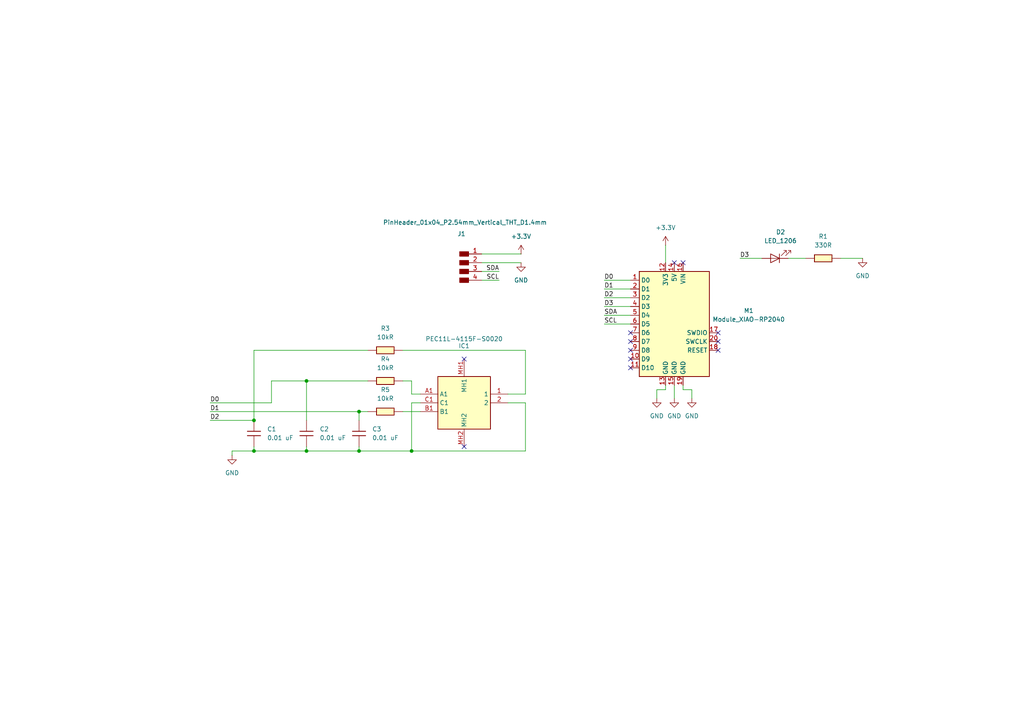
<source format=kicad_sch>
(kicad_sch
	(version 20250114)
	(generator "eeschema")
	(generator_version "9.0")
	(uuid "4a5db061-7757-4c52-9d85-00ff563849f1")
	(paper "A4")
	(title_block
		(title "Week 06 - Electronics Design")
		(date "2025-03-02")
		(rev "1")
	)
	(lib_symbols
		(symbol "PEC11L-4115F-S0020:PEC11L-4115F-S0020"
			(exclude_from_sim no)
			(in_bom yes)
			(on_board yes)
			(property "Reference" "IC"
				(at 21.59 12.7 0)
				(effects
					(font
						(size 1.27 1.27)
					)
					(justify left top)
				)
			)
			(property "Value" "PEC11L-4115F-S0020"
				(at 21.59 10.16 0)
				(effects
					(font
						(size 1.27 1.27)
					)
					(justify left top)
				)
			)
			(property "Footprint" "PEC11L4115FS0020"
				(at 21.59 -89.84 0)
				(effects
					(font
						(size 1.27 1.27)
					)
					(justify left top)
					(hide yes)
				)
			)
			(property "Datasheet" "https://datasheet.datasheetarchive.com/originals/distributors/Datasheets-DGA5/494003.pdf"
				(at 21.59 -189.84 0)
				(effects
					(font
						(size 1.27 1.27)
					)
					(justify left top)
					(hide yes)
				)
			)
			(property "Description" "Encoders ENCODER"
				(at 0 0 0)
				(effects
					(font
						(size 1.27 1.27)
					)
					(hide yes)
				)
			)
			(property "Height" "25"
				(at 21.59 -389.84 0)
				(effects
					(font
						(size 1.27 1.27)
					)
					(justify left top)
					(hide yes)
				)
			)
			(property "Mouser Part Number" "652-PEC11L4115FS0020"
				(at 21.59 -489.84 0)
				(effects
					(font
						(size 1.27 1.27)
					)
					(justify left top)
					(hide yes)
				)
			)
			(property "Mouser Price/Stock" "https://www.mouser.co.uk/ProductDetail/Bourns/PEC11L-4115F-S0020?qs=gk21WLQFtgRAgrgJZfpkWw%3D%3D"
				(at 21.59 -589.84 0)
				(effects
					(font
						(size 1.27 1.27)
					)
					(justify left top)
					(hide yes)
				)
			)
			(property "Manufacturer_Name" "Bourns"
				(at 21.59 -689.84 0)
				(effects
					(font
						(size 1.27 1.27)
					)
					(justify left top)
					(hide yes)
				)
			)
			(property "Manufacturer_Part_Number" "PEC11L-4115F-S0020"
				(at 21.59 -789.84 0)
				(effects
					(font
						(size 1.27 1.27)
					)
					(justify left top)
					(hide yes)
				)
			)
			(symbol "PEC11L-4115F-S0020_1_1"
				(rectangle
					(start 5.08 7.62)
					(end 20.32 -7.62)
					(stroke
						(width 0.254)
						(type default)
					)
					(fill
						(type background)
					)
				)
				(pin passive line
					(at 0 0 0)
					(length 5.08)
					(name "MH1"
						(effects
							(font
								(size 1.27 1.27)
							)
						)
					)
					(number "MH1"
						(effects
							(font
								(size 1.27 1.27)
							)
						)
					)
				)
				(pin passive line
					(at 10.16 12.7 270)
					(length 5.08)
					(name "1"
						(effects
							(font
								(size 1.27 1.27)
							)
						)
					)
					(number "1"
						(effects
							(font
								(size 1.27 1.27)
							)
						)
					)
				)
				(pin passive line
					(at 10.16 -12.7 90)
					(length 5.08)
					(name "A1"
						(effects
							(font
								(size 1.27 1.27)
							)
						)
					)
					(number "A1"
						(effects
							(font
								(size 1.27 1.27)
							)
						)
					)
				)
				(pin passive line
					(at 12.7 12.7 270)
					(length 5.08)
					(name "2"
						(effects
							(font
								(size 1.27 1.27)
							)
						)
					)
					(number "2"
						(effects
							(font
								(size 1.27 1.27)
							)
						)
					)
				)
				(pin passive line
					(at 12.7 -12.7 90)
					(length 5.08)
					(name "C1"
						(effects
							(font
								(size 1.27 1.27)
							)
						)
					)
					(number "C1"
						(effects
							(font
								(size 1.27 1.27)
							)
						)
					)
				)
				(pin passive line
					(at 15.24 -12.7 90)
					(length 5.08)
					(name "B1"
						(effects
							(font
								(size 1.27 1.27)
							)
						)
					)
					(number "B1"
						(effects
							(font
								(size 1.27 1.27)
							)
						)
					)
				)
				(pin passive line
					(at 25.4 0 180)
					(length 5.08)
					(name "MH2"
						(effects
							(font
								(size 1.27 1.27)
							)
						)
					)
					(number "MH2"
						(effects
							(font
								(size 1.27 1.27)
							)
						)
					)
				)
			)
			(embedded_fonts no)
		)
		(symbol "fab:C_1206"
			(pin_numbers
				(hide yes)
			)
			(exclude_from_sim no)
			(in_bom yes)
			(on_board yes)
			(property "Reference" "C"
				(at 0.635 2.54 0)
				(effects
					(font
						(size 1.27 1.27)
					)
					(justify left)
				)
			)
			(property "Value" "C_1206"
				(at 0.635 -2.54 0)
				(effects
					(font
						(size 1.27 1.27)
					)
					(justify left)
				)
			)
			(property "Footprint" "fab:C_1206"
				(at 0 0 0)
				(effects
					(font
						(size 1.27 1.27)
					)
					(hide yes)
				)
			)
			(property "Datasheet" "https://www.yageo.com/upload/media/product/productsearch/datasheet/mlcc/UPY-GP_NP0_16V-to-50V_18.pdf"
				(at 0 0 0)
				(effects
					(font
						(size 1.27 1.27)
					)
					(hide yes)
				)
			)
			(property "Description" "Unpolarized capacitor, SMD, 1206"
				(at 0 0 0)
				(effects
					(font
						(size 1.27 1.27)
					)
					(hide yes)
				)
			)
			(property "ki_keywords" "cap capacitor unpolarized 1206 C GRT31CC8YA106ME01L C3216X7R1H105K160AB C3216X7R2A104K160AA CC1206CRNPO9BN1R0 CC1206JRNPO9BN100 CC1206JRNPO9BN101 CC1206KKX7RCBB102 CC1206KRX7R9BB103"
				(at 0 0 0)
				(effects
					(font
						(size 1.27 1.27)
					)
					(hide yes)
				)
			)
			(property "ki_fp_filters" "*C*"
				(at 0 0 0)
				(effects
					(font
						(size 1.27 1.27)
					)
					(hide yes)
				)
			)
			(symbol "C_1206_1_1"
				(polyline
					(pts
						(xy -1.905 0.635) (xy 1.905 0.635)
					)
					(stroke
						(width 0.25)
						(type default)
					)
					(fill
						(type none)
					)
				)
				(polyline
					(pts
						(xy -1.905 -0.635) (xy 1.905 -0.635)
					)
					(stroke
						(width 0.25)
						(type default)
					)
					(fill
						(type none)
					)
				)
				(pin passive line
					(at 0 3.81 270)
					(length 3.175)
					(name "~"
						(effects
							(font
								(size 1.27 1.27)
							)
						)
					)
					(number "1"
						(effects
							(font
								(size 1.27 1.27)
							)
						)
					)
				)
				(pin passive line
					(at 0 -3.81 90)
					(length 3.175)
					(name "~"
						(effects
							(font
								(size 1.27 1.27)
							)
						)
					)
					(number "2"
						(effects
							(font
								(size 1.27 1.27)
							)
						)
					)
				)
			)
			(embedded_fonts no)
		)
		(symbol "fab:LED_1206"
			(pin_numbers
				(hide yes)
			)
			(pin_names
				(offset 1.016)
				(hide yes)
			)
			(exclude_from_sim no)
			(in_bom yes)
			(on_board yes)
			(property "Reference" "D"
				(at 0 2.54 0)
				(effects
					(font
						(size 1.27 1.27)
					)
				)
			)
			(property "Value" "LED_1206"
				(at 0 -2.54 0)
				(effects
					(font
						(size 1.27 1.27)
					)
				)
			)
			(property "Footprint" "fab:LED_1206"
				(at 0 0 0)
				(effects
					(font
						(size 1.27 1.27)
					)
					(hide yes)
				)
			)
			(property "Datasheet" "https://optoelectronics.liteon.com/upload/download/DS-22-98-0002/LTST-C150CKT.pdf"
				(at 0 0 0)
				(effects
					(font
						(size 1.27 1.27)
					)
					(hide yes)
				)
			)
			(property "Description" "Light emitting diode, Lite-On Inc. LTST, SMD"
				(at 0 0 0)
				(effects
					(font
						(size 1.27 1.27)
					)
					(hide yes)
				)
			)
			(property "ki_keywords" "LED diode 1206 SML-LX1206IC-TR SML-LX1206GC-TR 5988230107F 150120BS75000 QBLP650-IW HIR11-21C/L11/TR8"
				(at 0 0 0)
				(effects
					(font
						(size 1.27 1.27)
					)
					(hide yes)
				)
			)
			(property "ki_fp_filters" "*LED*1206*"
				(at 0 0 0)
				(effects
					(font
						(size 1.27 1.27)
					)
					(hide yes)
				)
			)
			(symbol "LED_1206_0_1"
				(polyline
					(pts
						(xy -3.048 -0.762) (xy -4.572 -2.286) (xy -3.81 -2.286) (xy -4.572 -2.286) (xy -4.572 -1.524)
					)
					(stroke
						(width 0)
						(type default)
					)
					(fill
						(type none)
					)
				)
				(polyline
					(pts
						(xy -1.778 -0.762) (xy -3.302 -2.286) (xy -2.54 -2.286) (xy -3.302 -2.286) (xy -3.302 -1.524)
					)
					(stroke
						(width 0)
						(type default)
					)
					(fill
						(type none)
					)
				)
				(polyline
					(pts
						(xy -1.27 0) (xy 1.27 0)
					)
					(stroke
						(width 0)
						(type default)
					)
					(fill
						(type none)
					)
				)
				(polyline
					(pts
						(xy -1.27 -1.27) (xy -1.27 1.27)
					)
					(stroke
						(width 0.2032)
						(type default)
					)
					(fill
						(type none)
					)
				)
				(polyline
					(pts
						(xy 1.27 -1.27) (xy 1.27 1.27) (xy -1.27 0) (xy 1.27 -1.27)
					)
					(stroke
						(width 0.2032)
						(type default)
					)
					(fill
						(type none)
					)
				)
			)
			(symbol "LED_1206_1_1"
				(pin passive line
					(at -3.81 0 0)
					(length 2.54)
					(name "K"
						(effects
							(font
								(size 1.27 1.27)
							)
						)
					)
					(number "1"
						(effects
							(font
								(size 1.27 1.27)
							)
						)
					)
				)
				(pin passive line
					(at 3.81 0 180)
					(length 2.54)
					(name "A"
						(effects
							(font
								(size 1.27 1.27)
							)
						)
					)
					(number "2"
						(effects
							(font
								(size 1.27 1.27)
							)
						)
					)
				)
			)
			(embedded_fonts no)
		)
		(symbol "fab:Module_XIAO-RP2040"
			(exclude_from_sim no)
			(in_bom yes)
			(on_board yes)
			(property "Reference" "M"
				(at -10.16 16.51 0)
				(effects
					(font
						(size 1.27 1.27)
					)
					(justify left)
				)
			)
			(property "Value" "Module_XIAO-RP2040"
				(at 3.81 16.51 0)
				(effects
					(font
						(size 1.27 1.27)
					)
					(justify left)
				)
			)
			(property "Footprint" "fab:SeeedStudio_XIAO_RP2040"
				(at 0 0 0)
				(effects
					(font
						(size 1.27 1.27)
					)
					(hide yes)
				)
			)
			(property "Datasheet" "https://wiki.seeedstudio.com/XIAO-RP2040/"
				(at 0 0 0)
				(effects
					(font
						(size 1.27 1.27)
					)
					(hide yes)
				)
			)
			(property "Description" "RP2040 XIAO RP2040 - ARM® Cortex®-M0+ MCU 32-Bit Embedded Evaluation Board"
				(at 0 0 0)
				(effects
					(font
						(size 1.27 1.27)
					)
					(hide yes)
				)
			)
			(property "ki_keywords" "XIAO RP2040 102010428"
				(at 0 0 0)
				(effects
					(font
						(size 1.27 1.27)
					)
					(hide yes)
				)
			)
			(property "ki_fp_filters" "*SeeedStudio?XIAO?RP2040*"
				(at 0 0 0)
				(effects
					(font
						(size 1.27 1.27)
					)
					(hide yes)
				)
			)
			(symbol "Module_XIAO-RP2040_1_1"
				(rectangle
					(start -10.16 15.24)
					(end 10.16 -15.24)
					(stroke
						(width 0.254)
						(type default)
					)
					(fill
						(type background)
					)
				)
				(pin bidirectional line
					(at -12.7 12.7 0)
					(length 2.54)
					(name "D0"
						(effects
							(font
								(size 1.27 1.27)
							)
						)
					)
					(number "1"
						(effects
							(font
								(size 1.27 1.27)
							)
						)
					)
				)
				(pin bidirectional line
					(at -12.7 10.16 0)
					(length 2.54)
					(name "D1"
						(effects
							(font
								(size 1.27 1.27)
							)
						)
					)
					(number "2"
						(effects
							(font
								(size 1.27 1.27)
							)
						)
					)
				)
				(pin bidirectional line
					(at -12.7 7.62 0)
					(length 2.54)
					(name "D2"
						(effects
							(font
								(size 1.27 1.27)
							)
						)
					)
					(number "3"
						(effects
							(font
								(size 1.27 1.27)
							)
						)
					)
				)
				(pin bidirectional line
					(at -12.7 5.08 0)
					(length 2.54)
					(name "D3"
						(effects
							(font
								(size 1.27 1.27)
							)
						)
					)
					(number "4"
						(effects
							(font
								(size 1.27 1.27)
							)
						)
					)
				)
				(pin bidirectional line
					(at -12.7 2.54 0)
					(length 2.54)
					(name "D4"
						(effects
							(font
								(size 1.27 1.27)
							)
						)
					)
					(number "5"
						(effects
							(font
								(size 1.27 1.27)
							)
						)
					)
				)
				(pin bidirectional line
					(at -12.7 0 0)
					(length 2.54)
					(name "D5"
						(effects
							(font
								(size 1.27 1.27)
							)
						)
					)
					(number "6"
						(effects
							(font
								(size 1.27 1.27)
							)
						)
					)
				)
				(pin bidirectional line
					(at -12.7 -2.54 0)
					(length 2.54)
					(name "D6"
						(effects
							(font
								(size 1.27 1.27)
							)
						)
					)
					(number "7"
						(effects
							(font
								(size 1.27 1.27)
							)
						)
					)
				)
				(pin bidirectional line
					(at -12.7 -5.08 0)
					(length 2.54)
					(name "D7"
						(effects
							(font
								(size 1.27 1.27)
							)
						)
					)
					(number "8"
						(effects
							(font
								(size 1.27 1.27)
							)
						)
					)
				)
				(pin bidirectional line
					(at -12.7 -7.62 0)
					(length 2.54)
					(name "D8"
						(effects
							(font
								(size 1.27 1.27)
							)
						)
					)
					(number "9"
						(effects
							(font
								(size 1.27 1.27)
							)
						)
					)
				)
				(pin bidirectional line
					(at -12.7 -10.16 0)
					(length 2.54)
					(name "D9"
						(effects
							(font
								(size 1.27 1.27)
							)
						)
					)
					(number "10"
						(effects
							(font
								(size 1.27 1.27)
							)
						)
					)
				)
				(pin bidirectional line
					(at -12.7 -12.7 0)
					(length 2.54)
					(name "D10"
						(effects
							(font
								(size 1.27 1.27)
							)
						)
					)
					(number "11"
						(effects
							(font
								(size 1.27 1.27)
							)
						)
					)
				)
				(pin power_in line
					(at -2.54 17.78 270)
					(length 2.54)
					(name "3V3"
						(effects
							(font
								(size 1.27 1.27)
							)
						)
					)
					(number "12"
						(effects
							(font
								(size 1.27 1.27)
							)
						)
					)
				)
				(pin power_in line
					(at -2.54 -17.78 90)
					(length 2.54)
					(name "GND"
						(effects
							(font
								(size 1.27 1.27)
							)
						)
					)
					(number "13"
						(effects
							(font
								(size 1.27 1.27)
							)
						)
					)
				)
				(pin power_in line
					(at 0 17.78 270)
					(length 2.54)
					(name "5V"
						(effects
							(font
								(size 1.27 1.27)
							)
						)
					)
					(number "14"
						(effects
							(font
								(size 1.27 1.27)
							)
						)
					)
				)
				(pin power_in line
					(at 0 -17.78 90)
					(length 2.54)
					(name "GND"
						(effects
							(font
								(size 1.27 1.27)
							)
						)
					)
					(number "15"
						(effects
							(font
								(size 1.27 1.27)
							)
						)
					)
				)
				(pin power_in line
					(at 2.54 17.78 270)
					(length 2.54)
					(name "VIN"
						(effects
							(font
								(size 1.27 1.27)
							)
						)
					)
					(number "16"
						(effects
							(font
								(size 1.27 1.27)
							)
						)
					)
				)
				(pin power_in line
					(at 2.54 -17.78 90)
					(length 2.54)
					(name "GND"
						(effects
							(font
								(size 1.27 1.27)
							)
						)
					)
					(number "19"
						(effects
							(font
								(size 1.27 1.27)
							)
						)
					)
				)
				(pin bidirectional line
					(at 12.7 -2.54 180)
					(length 2.54)
					(name "SWDIO"
						(effects
							(font
								(size 1.27 1.27)
							)
						)
					)
					(number "17"
						(effects
							(font
								(size 1.27 1.27)
							)
						)
					)
				)
				(pin input line
					(at 12.7 -5.08 180)
					(length 2.54)
					(name "SWCLK"
						(effects
							(font
								(size 1.27 1.27)
							)
						)
					)
					(number "20"
						(effects
							(font
								(size 1.27 1.27)
							)
						)
					)
				)
				(pin input line
					(at 12.7 -7.62 180)
					(length 2.54)
					(name "RESET"
						(effects
							(font
								(size 1.27 1.27)
							)
						)
					)
					(number "18"
						(effects
							(font
								(size 1.27 1.27)
							)
						)
					)
				)
			)
			(embedded_fonts no)
		)
		(symbol "fab:PinHeader_01x04_P2.54mm_Vertical_THT_D1.4mm"
			(pin_names
				(hide yes)
			)
			(exclude_from_sim no)
			(in_bom yes)
			(on_board yes)
			(property "Reference" "J"
				(at 0 5.08 0)
				(effects
					(font
						(size 1.27 1.27)
					)
				)
			)
			(property "Value" "PinHeader_01x04_P2.54mm_Vertical_THT_D1.4mm"
				(at 0 -7.62 0)
				(effects
					(font
						(size 1.27 1.27)
					)
				)
			)
			(property "Footprint" "fab:PinHeader_01x04_P2.54mm_Vertical_THT_D1.4mm"
				(at 0 0 0)
				(effects
					(font
						(size 1.27 1.27)
					)
					(hide yes)
				)
			)
			(property "Datasheet" "~"
				(at 0 0 0)
				(effects
					(font
						(size 1.27 1.27)
					)
					(hide yes)
				)
			)
			(property "Description" "Male connector, single row"
				(at 0 0 0)
				(effects
					(font
						(size 1.27 1.27)
					)
					(hide yes)
				)
			)
			(property "ki_keywords" "single row male connector"
				(at 0 0 0)
				(effects
					(font
						(size 1.27 1.27)
					)
					(hide yes)
				)
			)
			(property "ki_fp_filters" "*PinHeader*1x04*"
				(at 0 0 0)
				(effects
					(font
						(size 1.27 1.27)
					)
					(hide yes)
				)
			)
			(symbol "PinHeader_01x04_P2.54mm_Vertical_THT_D1.4mm_1_1"
				(rectangle
					(start -1.27 3.175)
					(end 1.27 1.905)
					(stroke
						(width 0.254)
						(type default)
					)
					(fill
						(type outline)
					)
				)
				(rectangle
					(start -1.27 0.635)
					(end 1.27 -0.635)
					(stroke
						(width 0.254)
						(type default)
					)
					(fill
						(type outline)
					)
				)
				(rectangle
					(start -1.27 -1.905)
					(end 1.27 -3.175)
					(stroke
						(width 0.254)
						(type default)
					)
					(fill
						(type outline)
					)
				)
				(rectangle
					(start -1.27 -4.445)
					(end 1.27 -5.715)
					(stroke
						(width 0.254)
						(type default)
					)
					(fill
						(type outline)
					)
				)
				(pin passive line
					(at 5.08 2.54 180)
					(length 3.81)
					(name "Pin_1"
						(effects
							(font
								(size 1.27 1.27)
							)
						)
					)
					(number "1"
						(effects
							(font
								(size 1.27 1.27)
							)
						)
					)
				)
				(pin passive line
					(at 5.08 0 180)
					(length 3.81)
					(name "Pin_2"
						(effects
							(font
								(size 1.27 1.27)
							)
						)
					)
					(number "2"
						(effects
							(font
								(size 1.27 1.27)
							)
						)
					)
				)
				(pin passive line
					(at 5.08 -2.54 180)
					(length 3.81)
					(name "Pin_3"
						(effects
							(font
								(size 1.27 1.27)
							)
						)
					)
					(number "3"
						(effects
							(font
								(size 1.27 1.27)
							)
						)
					)
				)
				(pin passive line
					(at 5.08 -5.08 180)
					(length 3.81)
					(name "Pin_4"
						(effects
							(font
								(size 1.27 1.27)
							)
						)
					)
					(number "4"
						(effects
							(font
								(size 1.27 1.27)
							)
						)
					)
				)
			)
			(embedded_fonts no)
		)
		(symbol "fab:R_1206"
			(pin_numbers
				(hide yes)
			)
			(pin_names
				(offset 0)
			)
			(exclude_from_sim no)
			(in_bom yes)
			(on_board yes)
			(property "Reference" "R"
				(at 2.54 0 90)
				(effects
					(font
						(size 1.27 1.27)
					)
				)
			)
			(property "Value" "R_1206"
				(at -2.54 0 90)
				(effects
					(font
						(size 1.27 1.27)
					)
				)
			)
			(property "Footprint" "fab:R_1206"
				(at 0 0 90)
				(effects
					(font
						(size 1.27 1.27)
					)
					(hide yes)
				)
			)
			(property "Datasheet" "~"
				(at 0 0 0)
				(effects
					(font
						(size 1.27 1.27)
					)
					(hide yes)
				)
			)
			(property "Description" "Resistor"
				(at 0 0 0)
				(effects
					(font
						(size 1.27 1.27)
					)
					(hide yes)
				)
			)
			(property "ki_keywords" "R res resistor RC1206FR-074M99L RC1206FR-07499KL RC1206FR-0749K9L RC1206FR-0749R9L RC1206FR-074R99L ERJ-8BWJR100V RC1206FR-070RL RC1206FR-071RL RC1206FR-0710RL RC1206FR-07100RL RC1206FR-07499RL RC1206FR-071KL RC1206FR-074K99L RC1206FR-0710KL RC1206FR-07100KL RC1206FR-071ML RC1206FR-0710ML PT1206FR-070R1L"
				(at 0 0 0)
				(effects
					(font
						(size 1.27 1.27)
					)
					(hide yes)
				)
			)
			(property "ki_fp_filters" "*R*1206*"
				(at 0 0 0)
				(effects
					(font
						(size 1.27 1.27)
					)
					(hide yes)
				)
			)
			(symbol "R_1206_0_1"
				(rectangle
					(start -1.016 -2.54)
					(end 1.016 2.54)
					(stroke
						(width 0.254)
						(type default)
					)
					(fill
						(type background)
					)
				)
			)
			(symbol "R_1206_1_1"
				(pin passive line
					(at 0 5.08 270)
					(length 2.54)
					(name "~"
						(effects
							(font
								(size 1.27 1.27)
							)
						)
					)
					(number "1"
						(effects
							(font
								(size 1.27 1.27)
							)
						)
					)
				)
				(pin passive line
					(at 0 -5.08 90)
					(length 2.54)
					(name "~"
						(effects
							(font
								(size 1.27 1.27)
							)
						)
					)
					(number "2"
						(effects
							(font
								(size 1.27 1.27)
							)
						)
					)
				)
			)
			(embedded_fonts no)
		)
		(symbol "power:+3.3V"
			(power)
			(pin_numbers
				(hide yes)
			)
			(pin_names
				(offset 0)
				(hide yes)
			)
			(exclude_from_sim no)
			(in_bom yes)
			(on_board yes)
			(property "Reference" "#PWR"
				(at 0 -3.81 0)
				(effects
					(font
						(size 1.27 1.27)
					)
					(hide yes)
				)
			)
			(property "Value" "+3.3V"
				(at 0 3.556 0)
				(effects
					(font
						(size 1.27 1.27)
					)
				)
			)
			(property "Footprint" ""
				(at 0 0 0)
				(effects
					(font
						(size 1.27 1.27)
					)
					(hide yes)
				)
			)
			(property "Datasheet" ""
				(at 0 0 0)
				(effects
					(font
						(size 1.27 1.27)
					)
					(hide yes)
				)
			)
			(property "Description" "Power symbol creates a global label with name \"+3.3V\""
				(at 0 0 0)
				(effects
					(font
						(size 1.27 1.27)
					)
					(hide yes)
				)
			)
			(property "ki_keywords" "global power"
				(at 0 0 0)
				(effects
					(font
						(size 1.27 1.27)
					)
					(hide yes)
				)
			)
			(symbol "+3.3V_0_1"
				(polyline
					(pts
						(xy -0.762 1.27) (xy 0 2.54)
					)
					(stroke
						(width 0)
						(type default)
					)
					(fill
						(type none)
					)
				)
				(polyline
					(pts
						(xy 0 2.54) (xy 0.762 1.27)
					)
					(stroke
						(width 0)
						(type default)
					)
					(fill
						(type none)
					)
				)
				(polyline
					(pts
						(xy 0 0) (xy 0 2.54)
					)
					(stroke
						(width 0)
						(type default)
					)
					(fill
						(type none)
					)
				)
			)
			(symbol "+3.3V_1_1"
				(pin power_in line
					(at 0 0 90)
					(length 0)
					(name "~"
						(effects
							(font
								(size 1.27 1.27)
							)
						)
					)
					(number "1"
						(effects
							(font
								(size 1.27 1.27)
							)
						)
					)
				)
			)
			(embedded_fonts no)
		)
		(symbol "power:GND"
			(power)
			(pin_numbers
				(hide yes)
			)
			(pin_names
				(offset 0)
				(hide yes)
			)
			(exclude_from_sim no)
			(in_bom yes)
			(on_board yes)
			(property "Reference" "#PWR"
				(at 0 -6.35 0)
				(effects
					(font
						(size 1.27 1.27)
					)
					(hide yes)
				)
			)
			(property "Value" "GND"
				(at 0 -3.81 0)
				(effects
					(font
						(size 1.27 1.27)
					)
				)
			)
			(property "Footprint" ""
				(at 0 0 0)
				(effects
					(font
						(size 1.27 1.27)
					)
					(hide yes)
				)
			)
			(property "Datasheet" ""
				(at 0 0 0)
				(effects
					(font
						(size 1.27 1.27)
					)
					(hide yes)
				)
			)
			(property "Description" "Power symbol creates a global label with name \"GND\" , ground"
				(at 0 0 0)
				(effects
					(font
						(size 1.27 1.27)
					)
					(hide yes)
				)
			)
			(property "ki_keywords" "global power"
				(at 0 0 0)
				(effects
					(font
						(size 1.27 1.27)
					)
					(hide yes)
				)
			)
			(symbol "GND_0_1"
				(polyline
					(pts
						(xy 0 0) (xy 0 -1.27) (xy 1.27 -1.27) (xy 0 -2.54) (xy -1.27 -1.27) (xy 0 -1.27)
					)
					(stroke
						(width 0)
						(type default)
					)
					(fill
						(type none)
					)
				)
			)
			(symbol "GND_1_1"
				(pin power_in line
					(at 0 0 270)
					(length 0)
					(name "~"
						(effects
							(font
								(size 1.27 1.27)
							)
						)
					)
					(number "1"
						(effects
							(font
								(size 1.27 1.27)
							)
						)
					)
				)
			)
			(embedded_fonts no)
		)
	)
	(junction
		(at 104.14 119.38)
		(diameter 0)
		(color 0 0 0 0)
		(uuid "1bf653d8-c7b1-4e83-a88d-4c2b95c25713")
	)
	(junction
		(at 88.9 130.81)
		(diameter 0)
		(color 0 0 0 0)
		(uuid "2ab652e0-0133-4421-b47e-bda4c6a30503")
	)
	(junction
		(at 73.66 130.81)
		(diameter 0)
		(color 0 0 0 0)
		(uuid "5d311473-a5f1-498a-b27e-aa4782407387")
	)
	(junction
		(at 88.9 110.49)
		(diameter 0)
		(color 0 0 0 0)
		(uuid "b070c2cc-9b9e-4934-a7c0-cc1885d3f376")
	)
	(junction
		(at 73.66 121.92)
		(diameter 0)
		(color 0 0 0 0)
		(uuid "b078f259-ee8e-4185-8608-da42f7be26af")
	)
	(junction
		(at 119.38 130.81)
		(diameter 0)
		(color 0 0 0 0)
		(uuid "b54a31df-d314-41ed-9c2c-61d6aec4f794")
	)
	(junction
		(at 104.14 130.81)
		(diameter 0)
		(color 0 0 0 0)
		(uuid "e8ba821a-8b07-4661-be5b-f3a947722ae8")
	)
	(no_connect
		(at 134.62 129.54)
		(uuid "0c3e2f86-a98d-4e3e-b69f-f416b0fc4dab")
	)
	(no_connect
		(at 182.88 96.52)
		(uuid "23ed158c-b8dc-4bfa-924a-ff600099ba18")
	)
	(no_connect
		(at 134.62 104.14)
		(uuid "430e50dd-e431-4dea-8712-bb8f037fc14b")
	)
	(no_connect
		(at 182.88 104.14)
		(uuid "4be7aa03-7e8b-4a2a-9a40-49f3eac340c5")
	)
	(no_connect
		(at 195.58 76.2)
		(uuid "6092f514-8d1a-4e23-bc74-6e3cbd4cd875")
	)
	(no_connect
		(at 208.28 101.6)
		(uuid "7f40a83d-57e0-44fb-b8b8-1f10e7573f0c")
	)
	(no_connect
		(at 182.88 106.68)
		(uuid "918d00b2-8c0b-4b70-a550-858e5f94c712")
	)
	(no_connect
		(at 208.28 99.06)
		(uuid "b2b6f30a-c544-457c-b6db-5944b6cd69c3")
	)
	(no_connect
		(at 198.12 76.2)
		(uuid "c7c8a43f-98c3-4d6c-859e-c64329f7a8e1")
	)
	(no_connect
		(at 182.88 99.06)
		(uuid "e0213abe-3fcb-4338-bba9-30d7f38c64c1")
	)
	(no_connect
		(at 182.88 101.6)
		(uuid "f48a8771-b42b-4658-b175-75b98a724865")
	)
	(no_connect
		(at 208.28 96.52)
		(uuid "f9d7ca10-1f0b-43a4-ae61-551ec7166085")
	)
	(wire
		(pts
			(xy 147.32 116.84) (xy 152.4 116.84)
		)
		(stroke
			(width 0)
			(type default)
		)
		(uuid "0166712f-6546-4be1-b4bd-613452dcc4d3")
	)
	(wire
		(pts
			(xy 139.7 81.28) (xy 144.78 81.28)
		)
		(stroke
			(width 0)
			(type default)
		)
		(uuid "0646e240-c17b-47ac-a0a2-89feb9a439f7")
	)
	(wire
		(pts
			(xy 119.38 130.81) (xy 152.4 130.81)
		)
		(stroke
			(width 0)
			(type default)
		)
		(uuid "0745a9e9-7486-48b7-9aa2-2075611bbb63")
	)
	(wire
		(pts
			(xy 190.5 113.03) (xy 190.5 115.57)
		)
		(stroke
			(width 0)
			(type default)
		)
		(uuid "0bc93f74-9062-4953-918a-cac53e2705e5")
	)
	(wire
		(pts
			(xy 175.26 91.44) (xy 182.88 91.44)
		)
		(stroke
			(width 0)
			(type default)
		)
		(uuid "11ee3d4a-1bc6-4824-ae14-dde116e93c14")
	)
	(wire
		(pts
			(xy 139.7 76.2) (xy 151.13 76.2)
		)
		(stroke
			(width 0)
			(type default)
		)
		(uuid "1504f62b-2695-492a-b01a-b3e058e44ec2")
	)
	(wire
		(pts
			(xy 175.26 88.9) (xy 182.88 88.9)
		)
		(stroke
			(width 0)
			(type default)
		)
		(uuid "157eaaf2-19c9-4148-9ba0-cd6cc0f6c06c")
	)
	(wire
		(pts
			(xy 195.58 111.76) (xy 195.58 115.57)
		)
		(stroke
			(width 0)
			(type default)
		)
		(uuid "2105de40-3115-4dff-8baa-18afe87176c7")
	)
	(wire
		(pts
			(xy 243.84 74.93) (xy 250.19 74.93)
		)
		(stroke
			(width 0)
			(type default)
		)
		(uuid "237363ec-8a88-45d7-8231-30e6d32227e3")
	)
	(wire
		(pts
			(xy 73.66 130.81) (xy 67.31 130.81)
		)
		(stroke
			(width 0)
			(type default)
		)
		(uuid "2663111a-ee7c-43e4-8b86-a5e24ed90ae5")
	)
	(wire
		(pts
			(xy 119.38 114.3) (xy 119.38 110.49)
		)
		(stroke
			(width 0)
			(type default)
		)
		(uuid "28d37e8c-7d88-4830-88ce-e5c97b82a8be")
	)
	(wire
		(pts
			(xy 119.38 116.84) (xy 119.38 130.81)
		)
		(stroke
			(width 0)
			(type default)
		)
		(uuid "2daddf04-0c1b-46c8-bf7f-ba0f635d9256")
	)
	(wire
		(pts
			(xy 193.04 111.76) (xy 193.04 113.03)
		)
		(stroke
			(width 0)
			(type default)
		)
		(uuid "30aeff0a-4a1d-4ff7-ab6f-b1cd0f99f05a")
	)
	(wire
		(pts
			(xy 152.4 101.6) (xy 116.84 101.6)
		)
		(stroke
			(width 0)
			(type default)
		)
		(uuid "311346ed-11a4-4038-8e96-9a1e85add6bc")
	)
	(wire
		(pts
			(xy 147.32 114.3) (xy 152.4 114.3)
		)
		(stroke
			(width 0)
			(type default)
		)
		(uuid "31730781-6a1d-4315-8e92-7c30842a2109")
	)
	(wire
		(pts
			(xy 152.4 114.3) (xy 152.4 101.6)
		)
		(stroke
			(width 0)
			(type default)
		)
		(uuid "323df4d9-3c1a-49e8-8a19-8abb271b63e8")
	)
	(wire
		(pts
			(xy 193.04 113.03) (xy 190.5 113.03)
		)
		(stroke
			(width 0)
			(type default)
		)
		(uuid "3a43048e-8790-4cee-825f-86e3825c8ced")
	)
	(wire
		(pts
			(xy 198.12 113.03) (xy 200.66 113.03)
		)
		(stroke
			(width 0)
			(type default)
		)
		(uuid "3e0d17aa-96e4-4fc5-acbe-c3f162032179")
	)
	(wire
		(pts
			(xy 228.6 74.93) (xy 233.68 74.93)
		)
		(stroke
			(width 0)
			(type default)
		)
		(uuid "41fa8a4e-6db0-42a6-92d5-3f7dbc6791fb")
	)
	(wire
		(pts
			(xy 175.26 83.82) (xy 182.88 83.82)
		)
		(stroke
			(width 0)
			(type default)
		)
		(uuid "51a01936-03be-464f-a1a2-fcc91a4749e6")
	)
	(wire
		(pts
			(xy 88.9 110.49) (xy 106.68 110.49)
		)
		(stroke
			(width 0)
			(type default)
		)
		(uuid "5775e50f-c15e-4439-a9cd-d67617aeac2c")
	)
	(wire
		(pts
			(xy 73.66 121.92) (xy 60.96 121.92)
		)
		(stroke
			(width 0)
			(type default)
		)
		(uuid "5bf6ce0a-f94c-4286-ab37-b57cd7308348")
	)
	(wire
		(pts
			(xy 175.26 81.28) (xy 182.88 81.28)
		)
		(stroke
			(width 0)
			(type default)
		)
		(uuid "63aa45a1-7788-44a1-b1fd-217af54fa88b")
	)
	(wire
		(pts
			(xy 121.92 116.84) (xy 119.38 116.84)
		)
		(stroke
			(width 0)
			(type default)
		)
		(uuid "63ad7619-f754-4e78-8ccf-eb6562ffa32d")
	)
	(wire
		(pts
			(xy 73.66 129.54) (xy 73.66 130.81)
		)
		(stroke
			(width 0)
			(type default)
		)
		(uuid "643d53e5-1c87-46b6-96c1-06788f84d5fa")
	)
	(wire
		(pts
			(xy 104.14 119.38) (xy 106.68 119.38)
		)
		(stroke
			(width 0)
			(type default)
		)
		(uuid "6bc5dca9-54ed-42ff-9478-775c5b322068")
	)
	(wire
		(pts
			(xy 104.14 119.38) (xy 104.14 121.92)
		)
		(stroke
			(width 0)
			(type default)
		)
		(uuid "720e9829-5972-454c-8fd0-cd039c527925")
	)
	(wire
		(pts
			(xy 73.66 101.6) (xy 106.68 101.6)
		)
		(stroke
			(width 0)
			(type default)
		)
		(uuid "7efa13e8-13f2-4c04-8f60-7b44cbc27b65")
	)
	(wire
		(pts
			(xy 67.31 132.08) (xy 67.31 130.81)
		)
		(stroke
			(width 0)
			(type default)
		)
		(uuid "823a0859-070f-4439-8d79-afdd91d648be")
	)
	(wire
		(pts
			(xy 73.66 101.6) (xy 73.66 121.92)
		)
		(stroke
			(width 0)
			(type default)
		)
		(uuid "90759256-362a-4c62-bf35-bb7ce88ce9b8")
	)
	(wire
		(pts
			(xy 88.9 129.54) (xy 88.9 130.81)
		)
		(stroke
			(width 0)
			(type default)
		)
		(uuid "9156dcd5-c9ea-403e-ae23-ca6431a597fc")
	)
	(wire
		(pts
			(xy 78.74 110.49) (xy 78.74 116.84)
		)
		(stroke
			(width 0)
			(type default)
		)
		(uuid "91dd6a94-b9f4-47a2-8d91-58bf86605927")
	)
	(wire
		(pts
			(xy 88.9 110.49) (xy 88.9 121.92)
		)
		(stroke
			(width 0)
			(type default)
		)
		(uuid "9247a4cd-bd69-400f-a548-d1892b6ed295")
	)
	(wire
		(pts
			(xy 104.14 130.81) (xy 119.38 130.81)
		)
		(stroke
			(width 0)
			(type default)
		)
		(uuid "97639bcc-c541-4eed-a733-8abe95af4112")
	)
	(wire
		(pts
			(xy 119.38 110.49) (xy 116.84 110.49)
		)
		(stroke
			(width 0)
			(type default)
		)
		(uuid "976600f6-85a9-47da-99a1-2c536b224347")
	)
	(wire
		(pts
			(xy 116.84 119.38) (xy 121.92 119.38)
		)
		(stroke
			(width 0)
			(type default)
		)
		(uuid "97a9b7b3-bc05-4f31-b632-b8062fcbe0e4")
	)
	(wire
		(pts
			(xy 104.14 129.54) (xy 104.14 130.81)
		)
		(stroke
			(width 0)
			(type default)
		)
		(uuid "98ff9b74-5fd0-441e-96f2-8d262e76b5d0")
	)
	(wire
		(pts
			(xy 198.12 111.76) (xy 198.12 113.03)
		)
		(stroke
			(width 0)
			(type default)
		)
		(uuid "9ad629b7-f2ed-49cc-9afa-e53621435e41")
	)
	(wire
		(pts
			(xy 139.7 78.74) (xy 144.78 78.74)
		)
		(stroke
			(width 0)
			(type default)
		)
		(uuid "a5c63e25-199e-44dd-b64c-1ec70718ea46")
	)
	(wire
		(pts
			(xy 88.9 130.81) (xy 104.14 130.81)
		)
		(stroke
			(width 0)
			(type default)
		)
		(uuid "add9fa13-33be-4f21-9dce-edc84670b33a")
	)
	(wire
		(pts
			(xy 78.74 110.49) (xy 88.9 110.49)
		)
		(stroke
			(width 0)
			(type default)
		)
		(uuid "b68eeb24-7643-4722-b316-45995c0fcc66")
	)
	(wire
		(pts
			(xy 193.04 71.12) (xy 193.04 76.2)
		)
		(stroke
			(width 0)
			(type default)
		)
		(uuid "c3574116-b9ca-4f24-b804-b9a80b0bfd46")
	)
	(wire
		(pts
			(xy 152.4 116.84) (xy 152.4 130.81)
		)
		(stroke
			(width 0)
			(type default)
		)
		(uuid "c796550e-1e89-4d23-829a-1529b0ccd781")
	)
	(wire
		(pts
			(xy 214.63 74.93) (xy 220.98 74.93)
		)
		(stroke
			(width 0)
			(type default)
		)
		(uuid "c94fbc7e-0483-4990-bdd1-8ad7115ce8e7")
	)
	(wire
		(pts
			(xy 200.66 113.03) (xy 200.66 115.57)
		)
		(stroke
			(width 0)
			(type default)
		)
		(uuid "cf5b9f12-bd11-433f-9d28-0e18c3b67524")
	)
	(wire
		(pts
			(xy 121.92 114.3) (xy 119.38 114.3)
		)
		(stroke
			(width 0)
			(type default)
		)
		(uuid "d2605273-7148-40a7-9f29-cbdf612ea455")
	)
	(wire
		(pts
			(xy 73.66 130.81) (xy 88.9 130.81)
		)
		(stroke
			(width 0)
			(type default)
		)
		(uuid "d8ebe036-72dc-43a5-a918-8d285ac31d44")
	)
	(wire
		(pts
			(xy 175.26 86.36) (xy 182.88 86.36)
		)
		(stroke
			(width 0)
			(type default)
		)
		(uuid "da4cd8f2-6fd7-42ae-a1fe-bff3203785c1")
	)
	(wire
		(pts
			(xy 78.74 116.84) (xy 60.96 116.84)
		)
		(stroke
			(width 0)
			(type default)
		)
		(uuid "dafb01c9-de79-4531-8281-48dd5e4a11a2")
	)
	(wire
		(pts
			(xy 60.96 119.38) (xy 104.14 119.38)
		)
		(stroke
			(width 0)
			(type default)
		)
		(uuid "dd7972fd-173b-42ee-b1df-481d2b2fe09c")
	)
	(wire
		(pts
			(xy 175.26 93.98) (xy 182.88 93.98)
		)
		(stroke
			(width 0)
			(type default)
		)
		(uuid "eb16ac44-2eef-4ac3-9f86-c64bc3b69c4f")
	)
	(wire
		(pts
			(xy 139.7 73.66) (xy 151.13 73.66)
		)
		(stroke
			(width 0)
			(type default)
		)
		(uuid "f25094d5-da09-4fc1-b523-1854794e6a96")
	)
	(label "SCL"
		(at 144.78 81.28 180)
		(effects
			(font
				(size 1.27 1.27)
			)
			(justify right bottom)
		)
		(uuid "100032a5-88a0-4013-ad56-43625b68be15")
	)
	(label "D2"
		(at 60.96 121.92 0)
		(effects
			(font
				(size 1.27 1.27)
			)
			(justify left bottom)
		)
		(uuid "2c7f0b74-ae0e-4f68-93e6-fdb66724d036")
	)
	(label "D3"
		(at 214.63 74.93 0)
		(effects
			(font
				(size 1.27 1.27)
			)
			(justify left bottom)
		)
		(uuid "2f7f6f47-f734-4d48-811c-3674cb0ac2e5")
	)
	(label "D3"
		(at 175.26 88.9 0)
		(effects
			(font
				(size 1.27 1.27)
			)
			(justify left bottom)
		)
		(uuid "a916f036-a97b-4c2e-ab1a-6924cce5950f")
	)
	(label "D0"
		(at 60.96 116.84 0)
		(effects
			(font
				(size 1.27 1.27)
			)
			(justify left bottom)
		)
		(uuid "b0d59dc6-0231-4baa-a9e8-9a437f8feff1")
	)
	(label "SCL"
		(at 175.26 93.98 0)
		(effects
			(font
				(size 1.27 1.27)
			)
			(justify left bottom)
		)
		(uuid "b3e770bd-7a15-4f8c-a4cb-ea90fcf783f2")
	)
	(label "SDA"
		(at 144.78 78.74 180)
		(effects
			(font
				(size 1.27 1.27)
			)
			(justify right bottom)
		)
		(uuid "bccf90eb-c082-4283-acea-a56b997ce84a")
	)
	(label "D1"
		(at 175.26 83.82 0)
		(effects
			(font
				(size 1.27 1.27)
			)
			(justify left bottom)
		)
		(uuid "db145e18-26b8-440a-a4eb-27581ee6fadd")
	)
	(label "D0"
		(at 175.26 81.28 0)
		(effects
			(font
				(size 1.27 1.27)
			)
			(justify left bottom)
		)
		(uuid "eb9ff48f-6590-42f8-9ac5-e27b8aa461d0")
	)
	(label "D1"
		(at 60.96 119.38 0)
		(effects
			(font
				(size 1.27 1.27)
			)
			(justify left bottom)
		)
		(uuid "f0149794-9fcc-4543-b6cf-a2401a5beabe")
	)
	(label "SDA"
		(at 175.26 91.44 0)
		(effects
			(font
				(size 1.27 1.27)
			)
			(justify left bottom)
		)
		(uuid "f057d299-2f5c-48e1-a58e-8ba2133ba106")
	)
	(label "D2"
		(at 175.26 86.36 0)
		(effects
			(font
				(size 1.27 1.27)
			)
			(justify left bottom)
		)
		(uuid "f130f3f4-f50c-4e39-bba7-f9f3be05ba37")
	)
	(symbol
		(lib_id "fab:PinHeader_01x04_P2.54mm_Vertical_THT_D1.4mm")
		(at 134.62 76.2 0)
		(unit 1)
		(exclude_from_sim no)
		(in_bom yes)
		(on_board yes)
		(dnp no)
		(uuid "02b32428-cdd1-4048-8f29-30fc6a17ec0b")
		(property "Reference" "J1"
			(at 133.858 67.818 0)
			(effects
				(font
					(size 1.27 1.27)
				)
			)
		)
		(property "Value" "PinHeader_01x04_P2.54mm_Vertical_THT_D1.4mm"
			(at 134.874 64.516 0)
			(effects
				(font
					(size 1.27 1.27)
				)
			)
		)
		(property "Footprint" "fab:PinHeader_01x04_P2.54mm_Vertical_THT_D1.4mm"
			(at 134.62 76.2 0)
			(effects
				(font
					(size 1.27 1.27)
				)
				(hide yes)
			)
		)
		(property "Datasheet" "~"
			(at 134.62 76.2 0)
			(effects
				(font
					(size 1.27 1.27)
				)
				(hide yes)
			)
		)
		(property "Description" "Male connector, single row"
			(at 134.62 76.2 0)
			(effects
				(font
					(size 1.27 1.27)
				)
				(hide yes)
			)
		)
		(pin "4"
			(uuid "9840988c-35e9-4f0b-9348-c87892b20d50")
		)
		(pin "3"
			(uuid "9fbc7a87-ef2d-4714-ae16-348d8cba5199")
		)
		(pin "1"
			(uuid "665631b6-e275-45db-a5b9-6a6df55f8716")
		)
		(pin "2"
			(uuid "2e609d30-0dd2-4cf1-a7a9-b18f56dc57dd")
		)
		(instances
			(project ""
				(path "/4a5db061-7757-4c52-9d85-00ff563849f1"
					(reference "J1")
					(unit 1)
				)
			)
		)
	)
	(symbol
		(lib_id "fab:R_1206")
		(at 111.76 119.38 90)
		(unit 1)
		(exclude_from_sim no)
		(in_bom yes)
		(on_board yes)
		(dnp no)
		(uuid "05207fef-9c74-4bec-aadb-115b1554d0fb")
		(property "Reference" "R5"
			(at 111.76 113.03 90)
			(effects
				(font
					(size 1.27 1.27)
				)
			)
		)
		(property "Value" "10kR"
			(at 111.76 115.57 90)
			(effects
				(font
					(size 1.27 1.27)
				)
			)
		)
		(property "Footprint" "fab:R_1206"
			(at 111.76 119.38 90)
			(effects
				(font
					(size 1.27 1.27)
				)
				(hide yes)
			)
		)
		(property "Datasheet" "~"
			(at 111.76 119.38 0)
			(effects
				(font
					(size 1.27 1.27)
				)
				(hide yes)
			)
		)
		(property "Description" "Resistor"
			(at 111.76 119.38 0)
			(effects
				(font
					(size 1.27 1.27)
				)
				(hide yes)
			)
		)
		(pin "2"
			(uuid "16ea26e3-3afe-43b2-83af-eca759fc5a17")
		)
		(pin "1"
			(uuid "9cce2bb2-997f-480b-aac3-4154105010cf")
		)
		(instances
			(project "week06"
				(path "/4a5db061-7757-4c52-9d85-00ff563849f1"
					(reference "R5")
					(unit 1)
				)
			)
		)
	)
	(symbol
		(lib_id "fab:R_1206")
		(at 111.76 110.49 90)
		(unit 1)
		(exclude_from_sim no)
		(in_bom yes)
		(on_board yes)
		(dnp no)
		(uuid "0a4698d9-19a5-4a6d-ad15-1ec4c343aab4")
		(property "Reference" "R4"
			(at 111.76 104.14 90)
			(effects
				(font
					(size 1.27 1.27)
				)
			)
		)
		(property "Value" "10kR"
			(at 111.76 106.68 90)
			(effects
				(font
					(size 1.27 1.27)
				)
			)
		)
		(property "Footprint" "fab:R_1206"
			(at 111.76 110.49 90)
			(effects
				(font
					(size 1.27 1.27)
				)
				(hide yes)
			)
		)
		(property "Datasheet" "~"
			(at 111.76 110.49 0)
			(effects
				(font
					(size 1.27 1.27)
				)
				(hide yes)
			)
		)
		(property "Description" "Resistor"
			(at 111.76 110.49 0)
			(effects
				(font
					(size 1.27 1.27)
				)
				(hide yes)
			)
		)
		(pin "2"
			(uuid "ae18e588-0ce8-40fd-929a-79d17c2ddf67")
		)
		(pin "1"
			(uuid "fb07557d-022d-404e-adde-f2668e5e9ddd")
		)
		(instances
			(project "week06"
				(path "/4a5db061-7757-4c52-9d85-00ff563849f1"
					(reference "R4")
					(unit 1)
				)
			)
		)
	)
	(symbol
		(lib_id "fab:C_1206")
		(at 88.9 125.73 0)
		(unit 1)
		(exclude_from_sim no)
		(in_bom yes)
		(on_board yes)
		(dnp no)
		(fields_autoplaced yes)
		(uuid "1286a07f-5915-4823-b845-f798bc97cae7")
		(property "Reference" "C2"
			(at 92.71 124.4599 0)
			(effects
				(font
					(size 1.27 1.27)
				)
				(justify left)
			)
		)
		(property "Value" "0.01 uF"
			(at 92.71 126.9999 0)
			(effects
				(font
					(size 1.27 1.27)
				)
				(justify left)
			)
		)
		(property "Footprint" "fab:C_1206"
			(at 88.9 125.73 0)
			(effects
				(font
					(size 1.27 1.27)
				)
				(hide yes)
			)
		)
		(property "Datasheet" "https://www.yageo.com/upload/media/product/productsearch/datasheet/mlcc/UPY-GP_NP0_16V-to-50V_18.pdf"
			(at 88.9 125.73 0)
			(effects
				(font
					(size 1.27 1.27)
				)
				(hide yes)
			)
		)
		(property "Description" "Unpolarized capacitor, SMD, 1206"
			(at 88.9 125.73 0)
			(effects
				(font
					(size 1.27 1.27)
				)
				(hide yes)
			)
		)
		(pin "1"
			(uuid "af573d0f-d607-4307-ae74-6711ac3c6a2c")
		)
		(pin "2"
			(uuid "d96b5688-5e6e-4ee0-9161-bd51c4a5f669")
		)
		(instances
			(project "week06"
				(path "/4a5db061-7757-4c52-9d85-00ff563849f1"
					(reference "C2")
					(unit 1)
				)
			)
		)
	)
	(symbol
		(lib_id "power:GND")
		(at 67.31 132.08 0)
		(unit 1)
		(exclude_from_sim no)
		(in_bom yes)
		(on_board yes)
		(dnp no)
		(fields_autoplaced yes)
		(uuid "3a881bc9-31b0-44b0-9662-0d072b623e83")
		(property "Reference" "#PWR011"
			(at 67.31 138.43 0)
			(effects
				(font
					(size 1.27 1.27)
				)
				(hide yes)
			)
		)
		(property "Value" "GND"
			(at 67.31 137.16 0)
			(effects
				(font
					(size 1.27 1.27)
				)
			)
		)
		(property "Footprint" ""
			(at 67.31 132.08 0)
			(effects
				(font
					(size 1.27 1.27)
				)
				(hide yes)
			)
		)
		(property "Datasheet" ""
			(at 67.31 132.08 0)
			(effects
				(font
					(size 1.27 1.27)
				)
				(hide yes)
			)
		)
		(property "Description" "Power symbol creates a global label with name \"GND\" , ground"
			(at 67.31 132.08 0)
			(effects
				(font
					(size 1.27 1.27)
				)
				(hide yes)
			)
		)
		(pin "1"
			(uuid "d852a80b-2394-4dc9-b50b-dc3978ff0500")
		)
		(instances
			(project "week06"
				(path "/4a5db061-7757-4c52-9d85-00ff563849f1"
					(reference "#PWR011")
					(unit 1)
				)
			)
		)
	)
	(symbol
		(lib_id "power:+3.3V")
		(at 151.13 73.66 0)
		(unit 1)
		(exclude_from_sim no)
		(in_bom yes)
		(on_board yes)
		(dnp no)
		(fields_autoplaced yes)
		(uuid "436fcd4b-92a6-4bea-bd39-25e445a01725")
		(property "Reference" "#PWR02"
			(at 151.13 77.47 0)
			(effects
				(font
					(size 1.27 1.27)
				)
				(hide yes)
			)
		)
		(property "Value" "+3.3V"
			(at 151.13 68.58 0)
			(effects
				(font
					(size 1.27 1.27)
				)
			)
		)
		(property "Footprint" ""
			(at 151.13 73.66 0)
			(effects
				(font
					(size 1.27 1.27)
				)
				(hide yes)
			)
		)
		(property "Datasheet" ""
			(at 151.13 73.66 0)
			(effects
				(font
					(size 1.27 1.27)
				)
				(hide yes)
			)
		)
		(property "Description" "Power symbol creates a global label with name \"+3.3V\""
			(at 151.13 73.66 0)
			(effects
				(font
					(size 1.27 1.27)
				)
				(hide yes)
			)
		)
		(pin "1"
			(uuid "47ed42a3-e8cb-4c1e-93db-23036cb45c70")
		)
		(instances
			(project "week06"
				(path "/4a5db061-7757-4c52-9d85-00ff563849f1"
					(reference "#PWR02")
					(unit 1)
				)
			)
		)
	)
	(symbol
		(lib_id "power:GND")
		(at 190.5 115.57 0)
		(unit 1)
		(exclude_from_sim no)
		(in_bom yes)
		(on_board yes)
		(dnp no)
		(fields_autoplaced yes)
		(uuid "43eb2470-a0ee-495e-8d34-dc5a18afb10d")
		(property "Reference" "#PWR05"
			(at 190.5 121.92 0)
			(effects
				(font
					(size 1.27 1.27)
				)
				(hide yes)
			)
		)
		(property "Value" "GND"
			(at 190.5 120.65 0)
			(effects
				(font
					(size 1.27 1.27)
				)
			)
		)
		(property "Footprint" ""
			(at 190.5 115.57 0)
			(effects
				(font
					(size 1.27 1.27)
				)
				(hide yes)
			)
		)
		(property "Datasheet" ""
			(at 190.5 115.57 0)
			(effects
				(font
					(size 1.27 1.27)
				)
				(hide yes)
			)
		)
		(property "Description" "Power symbol creates a global label with name \"GND\" , ground"
			(at 190.5 115.57 0)
			(effects
				(font
					(size 1.27 1.27)
				)
				(hide yes)
			)
		)
		(pin "1"
			(uuid "d1c4ebc8-88d1-46b6-8cd2-dac9f16078f8")
		)
		(instances
			(project "week06"
				(path "/4a5db061-7757-4c52-9d85-00ff563849f1"
					(reference "#PWR05")
					(unit 1)
				)
			)
		)
	)
	(symbol
		(lib_id "fab:Module_XIAO-RP2040")
		(at 195.58 93.98 0)
		(unit 1)
		(exclude_from_sim no)
		(in_bom yes)
		(on_board yes)
		(dnp no)
		(uuid "4f49fa22-e6bf-44bf-9f64-e60ef65f338b")
		(property "Reference" "M1"
			(at 217.17 90.0998 0)
			(effects
				(font
					(size 1.27 1.27)
				)
			)
		)
		(property "Value" "Module_XIAO-RP2040"
			(at 217.17 92.6398 0)
			(effects
				(font
					(size 1.27 1.27)
				)
			)
		)
		(property "Footprint" "fab:SeeedStudio_XIAO_RP2040"
			(at 195.58 93.98 0)
			(effects
				(font
					(size 1.27 1.27)
				)
				(hide yes)
			)
		)
		(property "Datasheet" "https://wiki.seeedstudio.com/XIAO-RP2040/"
			(at 195.58 93.98 0)
			(effects
				(font
					(size 1.27 1.27)
				)
				(hide yes)
			)
		)
		(property "Description" "RP2040 XIAO RP2040 - ARM® Cortex®-M0+ MCU 32-Bit Embedded Evaluation Board"
			(at 195.58 93.98 0)
			(effects
				(font
					(size 1.27 1.27)
				)
				(hide yes)
			)
		)
		(pin "18"
			(uuid "d52fdd03-bb36-4c06-9058-06e65217ccaa")
		)
		(pin "8"
			(uuid "52c5582b-b494-4296-bc0f-301e7f84347e")
		)
		(pin "5"
			(uuid "afba32c0-aac2-493f-a176-8299d697b590")
		)
		(pin "11"
			(uuid "199455b7-2c32-445a-a0bf-0abe7217a3fb")
		)
		(pin "15"
			(uuid "e84d3ce3-13f5-4ca8-9818-3b2842676c19")
		)
		(pin "14"
			(uuid "f191e9dd-78e0-4525-abc0-0fb8e7998474")
		)
		(pin "9"
			(uuid "8986b4f3-a620-4c95-ac0a-001f4d0aef97")
		)
		(pin "16"
			(uuid "f1f2b7b4-013f-44ae-a411-976fed16247e")
		)
		(pin "19"
			(uuid "59b8db6b-2f63-425c-91ae-91491a3da621")
		)
		(pin "20"
			(uuid "eb0576be-7ca0-4e4e-8b5e-f63a7358f13f")
		)
		(pin "12"
			(uuid "ff8763ed-75b0-4329-8bee-bcc0a0889dcf")
		)
		(pin "10"
			(uuid "221d95c3-947e-46b4-ba05-899fa95ae224")
		)
		(pin "13"
			(uuid "e4ebd575-9505-4478-8a70-30a1f6fd90ce")
		)
		(pin "4"
			(uuid "cedb84d2-795e-4e7b-8456-371dba62c370")
		)
		(pin "1"
			(uuid "34bfeb3e-eb92-4a7b-a5e8-e81a9f66dfff")
		)
		(pin "3"
			(uuid "d61310f0-8c04-4f4d-82ee-8dce1bee8443")
		)
		(pin "7"
			(uuid "7f87a1e8-e45f-4521-bc03-a1dff302881c")
		)
		(pin "6"
			(uuid "24f73d19-a987-4d95-82b7-4853b403fd3d")
		)
		(pin "2"
			(uuid "4ac9c152-f33e-4796-85d1-3edf07af95b3")
		)
		(pin "17"
			(uuid "8403a63e-80f9-4795-bcb0-1a3a9abf001a")
		)
		(instances
			(project ""
				(path "/4a5db061-7757-4c52-9d85-00ff563849f1"
					(reference "M1")
					(unit 1)
				)
			)
		)
	)
	(symbol
		(lib_id "fab:R_1206")
		(at 111.76 101.6 90)
		(unit 1)
		(exclude_from_sim no)
		(in_bom yes)
		(on_board yes)
		(dnp no)
		(uuid "52d999b5-3c8f-40dd-baa4-849b11a37fd8")
		(property "Reference" "R3"
			(at 111.76 95.25 90)
			(effects
				(font
					(size 1.27 1.27)
				)
			)
		)
		(property "Value" "10kR"
			(at 111.76 97.79 90)
			(effects
				(font
					(size 1.27 1.27)
				)
			)
		)
		(property "Footprint" "fab:R_1206"
			(at 111.76 101.6 90)
			(effects
				(font
					(size 1.27 1.27)
				)
				(hide yes)
			)
		)
		(property "Datasheet" "~"
			(at 111.76 101.6 0)
			(effects
				(font
					(size 1.27 1.27)
				)
				(hide yes)
			)
		)
		(property "Description" "Resistor"
			(at 111.76 101.6 0)
			(effects
				(font
					(size 1.27 1.27)
				)
				(hide yes)
			)
		)
		(pin "2"
			(uuid "ab401811-8863-4f71-99ff-e5cc70a70c1e")
		)
		(pin "1"
			(uuid "1a50f614-e8bf-4bcd-af19-087bf98de649")
		)
		(instances
			(project "week06"
				(path "/4a5db061-7757-4c52-9d85-00ff563849f1"
					(reference "R3")
					(unit 1)
				)
			)
		)
	)
	(symbol
		(lib_id "power:GND")
		(at 151.13 76.2 0)
		(unit 1)
		(exclude_from_sim no)
		(in_bom yes)
		(on_board yes)
		(dnp no)
		(fields_autoplaced yes)
		(uuid "55e566c1-5429-4fab-a4af-3c22acf7e284")
		(property "Reference" "#PWR09"
			(at 151.13 82.55 0)
			(effects
				(font
					(size 1.27 1.27)
				)
				(hide yes)
			)
		)
		(property "Value" "GND"
			(at 151.13 81.28 0)
			(effects
				(font
					(size 1.27 1.27)
				)
			)
		)
		(property "Footprint" ""
			(at 151.13 76.2 0)
			(effects
				(font
					(size 1.27 1.27)
				)
				(hide yes)
			)
		)
		(property "Datasheet" ""
			(at 151.13 76.2 0)
			(effects
				(font
					(size 1.27 1.27)
				)
				(hide yes)
			)
		)
		(property "Description" "Power symbol creates a global label with name \"GND\" , ground"
			(at 151.13 76.2 0)
			(effects
				(font
					(size 1.27 1.27)
				)
				(hide yes)
			)
		)
		(pin "1"
			(uuid "49c86ba9-8906-4237-97ae-c19e3a3d18c8")
		)
		(instances
			(project "week06"
				(path "/4a5db061-7757-4c52-9d85-00ff563849f1"
					(reference "#PWR09")
					(unit 1)
				)
			)
		)
	)
	(symbol
		(lib_id "fab:C_1206")
		(at 73.66 125.73 0)
		(unit 1)
		(exclude_from_sim no)
		(in_bom yes)
		(on_board yes)
		(dnp no)
		(fields_autoplaced yes)
		(uuid "60ee774c-4dc6-44d7-9039-18b867a4d026")
		(property "Reference" "C1"
			(at 77.47 124.4599 0)
			(effects
				(font
					(size 1.27 1.27)
				)
				(justify left)
			)
		)
		(property "Value" "0.01 uF"
			(at 77.47 126.9999 0)
			(effects
				(font
					(size 1.27 1.27)
				)
				(justify left)
			)
		)
		(property "Footprint" "fab:C_1206"
			(at 73.66 125.73 0)
			(effects
				(font
					(size 1.27 1.27)
				)
				(hide yes)
			)
		)
		(property "Datasheet" "https://www.yageo.com/upload/media/product/productsearch/datasheet/mlcc/UPY-GP_NP0_16V-to-50V_18.pdf"
			(at 73.66 125.73 0)
			(effects
				(font
					(size 1.27 1.27)
				)
				(hide yes)
			)
		)
		(property "Description" "Unpolarized capacitor, SMD, 1206"
			(at 73.66 125.73 0)
			(effects
				(font
					(size 1.27 1.27)
				)
				(hide yes)
			)
		)
		(pin "1"
			(uuid "2f9f4af2-872d-4999-ad27-3197b0ade404")
		)
		(pin "2"
			(uuid "7f5c2542-13c2-4e28-9261-920d326cd51b")
		)
		(instances
			(project ""
				(path "/4a5db061-7757-4c52-9d85-00ff563849f1"
					(reference "C1")
					(unit 1)
				)
			)
		)
	)
	(symbol
		(lib_id "fab:R_1206")
		(at 238.76 74.93 90)
		(unit 1)
		(exclude_from_sim no)
		(in_bom yes)
		(on_board yes)
		(dnp no)
		(uuid "675a125c-5cff-42fd-b6c9-2a8dcbc075ce")
		(property "Reference" "R1"
			(at 238.76 68.58 90)
			(effects
				(font
					(size 1.27 1.27)
				)
			)
		)
		(property "Value" "330R"
			(at 238.76 71.12 90)
			(effects
				(font
					(size 1.27 1.27)
				)
			)
		)
		(property "Footprint" "fab:R_1206"
			(at 238.76 74.93 90)
			(effects
				(font
					(size 1.27 1.27)
				)
				(hide yes)
			)
		)
		(property "Datasheet" "~"
			(at 238.76 74.93 0)
			(effects
				(font
					(size 1.27 1.27)
				)
				(hide yes)
			)
		)
		(property "Description" "Resistor"
			(at 238.76 74.93 0)
			(effects
				(font
					(size 1.27 1.27)
				)
				(hide yes)
			)
		)
		(pin "2"
			(uuid "cf85f7c7-06b4-4d2f-b08b-583feb9362fa")
		)
		(pin "1"
			(uuid "2112dc4d-a1a8-423e-acc9-de4e8445c341")
		)
		(instances
			(project ""
				(path "/4a5db061-7757-4c52-9d85-00ff563849f1"
					(reference "R1")
					(unit 1)
				)
			)
		)
	)
	(symbol
		(lib_id "PEC11L-4115F-S0020:PEC11L-4115F-S0020")
		(at 134.62 104.14 270)
		(unit 1)
		(exclude_from_sim no)
		(in_bom yes)
		(on_board yes)
		(dnp no)
		(uuid "8158beb0-c14d-4fc4-b3dc-3def2493ef10")
		(property "Reference" "IC1"
			(at 134.62 100.33 90)
			(effects
				(font
					(size 1.27 1.27)
				)
			)
		)
		(property "Value" "PEC11L-4115F-S0020"
			(at 134.62 98.298 90)
			(effects
				(font
					(size 1.27 1.27)
				)
			)
		)
		(property "Footprint" "PEC11L4115FS0020"
			(at 44.78 125.73 0)
			(effects
				(font
					(size 1.27 1.27)
				)
				(justify left top)
				(hide yes)
			)
		)
		(property "Datasheet" "https://datasheet.datasheetarchive.com/originals/distributors/Datasheets-DGA5/494003.pdf"
			(at -55.22 125.73 0)
			(effects
				(font
					(size 1.27 1.27)
				)
				(justify left top)
				(hide yes)
			)
		)
		(property "Description" "Encoders ENCODER"
			(at 134.62 104.14 0)
			(effects
				(font
					(size 1.27 1.27)
				)
				(hide yes)
			)
		)
		(property "Height" "25"
			(at -255.22 125.73 0)
			(effects
				(font
					(size 1.27 1.27)
				)
				(justify left top)
				(hide yes)
			)
		)
		(property "Mouser Part Number" "652-PEC11L4115FS0020"
			(at -355.22 125.73 0)
			(effects
				(font
					(size 1.27 1.27)
				)
				(justify left top)
				(hide yes)
			)
		)
		(property "Mouser Price/Stock" "https://www.mouser.co.uk/ProductDetail/Bourns/PEC11L-4115F-S0020?qs=gk21WLQFtgRAgrgJZfpkWw%3D%3D"
			(at -455.22 125.73 0)
			(effects
				(font
					(size 1.27 1.27)
				)
				(justify left top)
				(hide yes)
			)
		)
		(property "Manufacturer_Name" "Bourns"
			(at -555.22 125.73 0)
			(effects
				(font
					(size 1.27 1.27)
				)
				(justify left top)
				(hide yes)
			)
		)
		(property "Manufacturer_Part_Number" "PEC11L-4115F-S0020"
			(at -655.22 125.73 0)
			(effects
				(font
					(size 1.27 1.27)
				)
				(justify left top)
				(hide yes)
			)
		)
		(pin "MH2"
			(uuid "f26712ab-bec0-4fba-8796-b76d3dfee18d")
		)
		(pin "A1"
			(uuid "e8f2a963-0e25-43d4-ba79-46d06347fedf")
		)
		(pin "C1"
			(uuid "2da7e09d-b5d1-44cd-acea-c7a8c8b4838e")
		)
		(pin "MH1"
			(uuid "dfc8c767-8563-46da-8443-4630d86ed20d")
		)
		(pin "2"
			(uuid "13f2b6d7-899c-4c24-a895-599f73c0594a")
		)
		(pin "B1"
			(uuid "b9b64e0f-80ff-45c5-9b8a-9ab20f9d753b")
		)
		(pin "1"
			(uuid "9b644b8d-405f-47a2-acdb-9a1f0658d2bf")
		)
		(instances
			(project ""
				(path "/4a5db061-7757-4c52-9d85-00ff563849f1"
					(reference "IC1")
					(unit 1)
				)
			)
		)
	)
	(symbol
		(lib_id "fab:LED_1206")
		(at 224.79 74.93 180)
		(unit 1)
		(exclude_from_sim no)
		(in_bom yes)
		(on_board yes)
		(dnp no)
		(fields_autoplaced yes)
		(uuid "b4d03cd2-ac84-4ea7-a34e-78853b51d7a0")
		(property "Reference" "D2"
			(at 226.3902 67.31 0)
			(effects
				(font
					(size 1.27 1.27)
				)
			)
		)
		(property "Value" "LED_1206"
			(at 226.3902 69.85 0)
			(effects
				(font
					(size 1.27 1.27)
				)
			)
		)
		(property "Footprint" "fab:LED_1206"
			(at 224.79 74.93 0)
			(effects
				(font
					(size 1.27 1.27)
				)
				(hide yes)
			)
		)
		(property "Datasheet" "https://optoelectronics.liteon.com/upload/download/DS-22-98-0002/LTST-C150CKT.pdf"
			(at 224.79 74.93 0)
			(effects
				(font
					(size 1.27 1.27)
				)
				(hide yes)
			)
		)
		(property "Description" "Light emitting diode, Lite-On Inc. LTST, SMD"
			(at 224.79 74.93 0)
			(effects
				(font
					(size 1.27 1.27)
				)
				(hide yes)
			)
		)
		(pin "1"
			(uuid "d611f777-d1c3-4fcf-ad06-b5844c400ed3")
		)
		(pin "2"
			(uuid "6ddc6559-ebc0-45ef-b73b-645ac4830231")
		)
		(instances
			(project ""
				(path "/4a5db061-7757-4c52-9d85-00ff563849f1"
					(reference "D2")
					(unit 1)
				)
			)
		)
	)
	(symbol
		(lib_id "power:GND")
		(at 200.66 115.57 0)
		(unit 1)
		(exclude_from_sim no)
		(in_bom yes)
		(on_board yes)
		(dnp no)
		(fields_autoplaced yes)
		(uuid "d118e7dc-234c-498e-a5ec-df53925c33a3")
		(property "Reference" "#PWR04"
			(at 200.66 121.92 0)
			(effects
				(font
					(size 1.27 1.27)
				)
				(hide yes)
			)
		)
		(property "Value" "GND"
			(at 200.66 120.65 0)
			(effects
				(font
					(size 1.27 1.27)
				)
			)
		)
		(property "Footprint" ""
			(at 200.66 115.57 0)
			(effects
				(font
					(size 1.27 1.27)
				)
				(hide yes)
			)
		)
		(property "Datasheet" ""
			(at 200.66 115.57 0)
			(effects
				(font
					(size 1.27 1.27)
				)
				(hide yes)
			)
		)
		(property "Description" "Power symbol creates a global label with name \"GND\" , ground"
			(at 200.66 115.57 0)
			(effects
				(font
					(size 1.27 1.27)
				)
				(hide yes)
			)
		)
		(pin "1"
			(uuid "14470c4e-1078-462c-89fb-38154dc39bfe")
		)
		(instances
			(project "week06"
				(path "/4a5db061-7757-4c52-9d85-00ff563849f1"
					(reference "#PWR04")
					(unit 1)
				)
			)
		)
	)
	(symbol
		(lib_id "power:+3.3V")
		(at 193.04 71.12 0)
		(unit 1)
		(exclude_from_sim no)
		(in_bom yes)
		(on_board yes)
		(dnp no)
		(fields_autoplaced yes)
		(uuid "d3432e5b-4b02-4aba-94f1-21ecf3d12f86")
		(property "Reference" "#PWR01"
			(at 193.04 74.93 0)
			(effects
				(font
					(size 1.27 1.27)
				)
				(hide yes)
			)
		)
		(property "Value" "+3.3V"
			(at 193.04 66.04 0)
			(effects
				(font
					(size 1.27 1.27)
				)
			)
		)
		(property "Footprint" ""
			(at 193.04 71.12 0)
			(effects
				(font
					(size 1.27 1.27)
				)
				(hide yes)
			)
		)
		(property "Datasheet" ""
			(at 193.04 71.12 0)
			(effects
				(font
					(size 1.27 1.27)
				)
				(hide yes)
			)
		)
		(property "Description" "Power symbol creates a global label with name \"+3.3V\""
			(at 193.04 71.12 0)
			(effects
				(font
					(size 1.27 1.27)
				)
				(hide yes)
			)
		)
		(pin "1"
			(uuid "4abee1dc-30b5-46a1-ac58-cee9b5cca4f6")
		)
		(instances
			(project ""
				(path "/4a5db061-7757-4c52-9d85-00ff563849f1"
					(reference "#PWR01")
					(unit 1)
				)
			)
		)
	)
	(symbol
		(lib_id "power:GND")
		(at 250.19 74.93 0)
		(unit 1)
		(exclude_from_sim no)
		(in_bom yes)
		(on_board yes)
		(dnp no)
		(fields_autoplaced yes)
		(uuid "e42350eb-7bdc-444e-b266-519a9b5a488a")
		(property "Reference" "#PWR07"
			(at 250.19 81.28 0)
			(effects
				(font
					(size 1.27 1.27)
				)
				(hide yes)
			)
		)
		(property "Value" "GND"
			(at 250.19 80.01 0)
			(effects
				(font
					(size 1.27 1.27)
				)
			)
		)
		(property "Footprint" ""
			(at 250.19 74.93 0)
			(effects
				(font
					(size 1.27 1.27)
				)
				(hide yes)
			)
		)
		(property "Datasheet" ""
			(at 250.19 74.93 0)
			(effects
				(font
					(size 1.27 1.27)
				)
				(hide yes)
			)
		)
		(property "Description" "Power symbol creates a global label with name \"GND\" , ground"
			(at 250.19 74.93 0)
			(effects
				(font
					(size 1.27 1.27)
				)
				(hide yes)
			)
		)
		(pin "1"
			(uuid "f0909e3e-cc5b-477e-9040-83ab381c1b1f")
		)
		(instances
			(project "week06"
				(path "/4a5db061-7757-4c52-9d85-00ff563849f1"
					(reference "#PWR07")
					(unit 1)
				)
			)
		)
	)
	(symbol
		(lib_id "fab:C_1206")
		(at 104.14 125.73 0)
		(unit 1)
		(exclude_from_sim no)
		(in_bom yes)
		(on_board yes)
		(dnp no)
		(fields_autoplaced yes)
		(uuid "eeb13035-e7d4-44a2-aded-40180d4587bb")
		(property "Reference" "C3"
			(at 107.95 124.4599 0)
			(effects
				(font
					(size 1.27 1.27)
				)
				(justify left)
			)
		)
		(property "Value" "0.01 uF"
			(at 107.95 126.9999 0)
			(effects
				(font
					(size 1.27 1.27)
				)
				(justify left)
			)
		)
		(property "Footprint" "fab:C_1206"
			(at 104.14 125.73 0)
			(effects
				(font
					(size 1.27 1.27)
				)
				(hide yes)
			)
		)
		(property "Datasheet" "https://www.yageo.com/upload/media/product/productsearch/datasheet/mlcc/UPY-GP_NP0_16V-to-50V_18.pdf"
			(at 104.14 125.73 0)
			(effects
				(font
					(size 1.27 1.27)
				)
				(hide yes)
			)
		)
		(property "Description" "Unpolarized capacitor, SMD, 1206"
			(at 104.14 125.73 0)
			(effects
				(font
					(size 1.27 1.27)
				)
				(hide yes)
			)
		)
		(pin "1"
			(uuid "484e140c-4422-46ab-a720-b14416c61fe5")
		)
		(pin "2"
			(uuid "c30acb17-1dd7-4af8-aee5-7f802bb76ed5")
		)
		(instances
			(project "week06"
				(path "/4a5db061-7757-4c52-9d85-00ff563849f1"
					(reference "C3")
					(unit 1)
				)
			)
		)
	)
	(symbol
		(lib_id "power:GND")
		(at 195.58 115.57 0)
		(unit 1)
		(exclude_from_sim no)
		(in_bom yes)
		(on_board yes)
		(dnp no)
		(fields_autoplaced yes)
		(uuid "fb6cfd1b-289e-4d19-80b6-7992edfb40e2")
		(property "Reference" "#PWR03"
			(at 195.58 121.92 0)
			(effects
				(font
					(size 1.27 1.27)
				)
				(hide yes)
			)
		)
		(property "Value" "GND"
			(at 195.58 120.65 0)
			(effects
				(font
					(size 1.27 1.27)
				)
			)
		)
		(property "Footprint" ""
			(at 195.58 115.57 0)
			(effects
				(font
					(size 1.27 1.27)
				)
				(hide yes)
			)
		)
		(property "Datasheet" ""
			(at 195.58 115.57 0)
			(effects
				(font
					(size 1.27 1.27)
				)
				(hide yes)
			)
		)
		(property "Description" "Power symbol creates a global label with name \"GND\" , ground"
			(at 195.58 115.57 0)
			(effects
				(font
					(size 1.27 1.27)
				)
				(hide yes)
			)
		)
		(pin "1"
			(uuid "87359c22-83aa-4b3f-8e37-2fb8578759ab")
		)
		(instances
			(project "week06"
				(path "/4a5db061-7757-4c52-9d85-00ff563849f1"
					(reference "#PWR03")
					(unit 1)
				)
			)
		)
	)
	(sheet_instances
		(path "/"
			(page "1")
		)
	)
	(embedded_fonts no)
)

</source>
